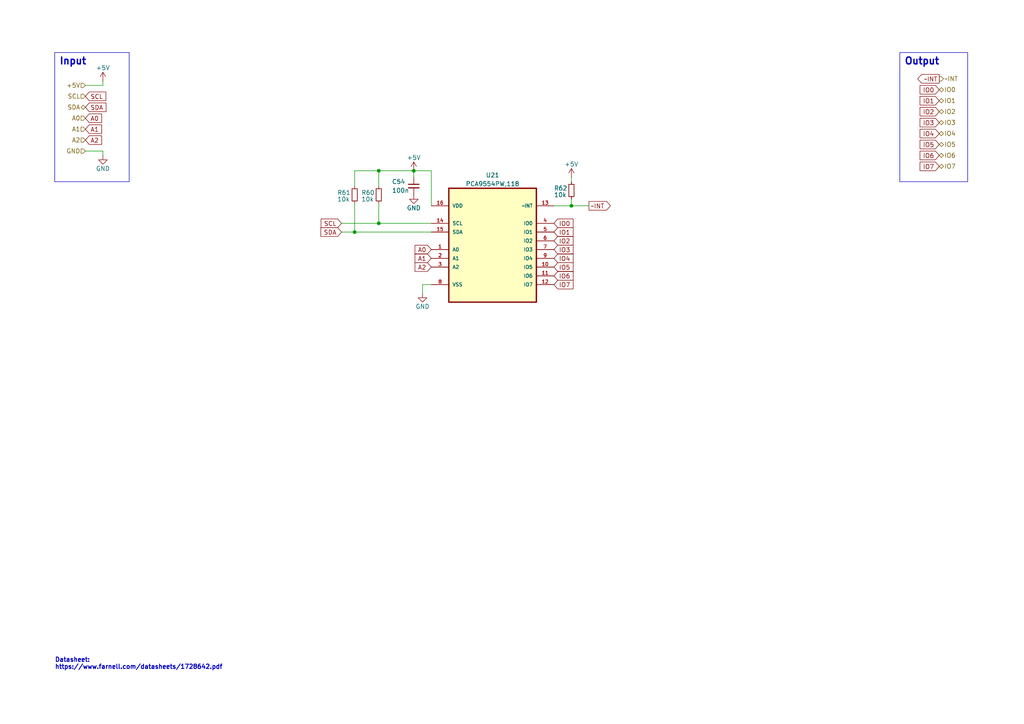
<source format=kicad_sch>
(kicad_sch (version 20230121) (generator eeschema)
  (paper "A4")
  (lib_symbols
    (symbol "Device:C_Small" (pin_numbers hide) (pin_names (offset 0.254) hide)
      (property "Reference" "C" (at 0.254 1.778 0))
      (property "Value" "C_Small" (at 0.254 -2.032 0))
      (symbol "C_Small_0_1"
        (polyline (pts (xy -1.524 -0.508) (xy 1.524 -0.508)) (stroke (width 0.3302)))
        (polyline (pts (xy -1.524 0.508) (xy 1.524 0.508)) (stroke (width 0.3048)))
      )
      (symbol "C_Small_1_1"
        (pin passive line (at 0 2.54 270) (length 2.032) (name "~") (number "1"))
        (pin passive line (at 0 -2.54 90) (length 2.032) (name "~") (number "2"))
      )
    )
    (symbol "Device:R_Small" (pin_numbers hide) (pin_names (offset 0.254) hide)
      (property "Reference" "R" (at 0.762 0.508 0))
      (property "Value" "R_Small" (at 0.762 -1.016 0))
      (symbol "R_Small_0_1"
        (rectangle (start -0.762 1.778) (end 0.762 -1.778) (stroke (width 0.2032)))
      )
      (symbol "R_Small_1_1"
        (pin passive line (at 0 2.54 270) (length 0.762) (name "~") (number "1"))
        (pin passive line (at 0 -2.54 90) (length 0.762) (name "~") (number "2"))
      )
    )
    (symbol "PCA9554PW_118:PCA9554PW,118" (pin_names (offset 1.016))
      (property "Reference" "U" (at -5.1054 15.5956 0))
      (property "Value" "PCA9554PW,118" (at -3.937 -25.1714 0))
      (symbol "PCA9554PW,118_0_0"
        (rectangle (start -12.7 -20.32) (end 12.7 12.7) (stroke (width 0.4064)) (fill (type background)))
        (pin input line (at -17.78 -5.08 0) (length 5.08) (name "A0") (number "1"))
        (pin bidirectional line (at 17.78 -10.16 180) (length 5.08) (name "IO5") (number "10"))
        (pin bidirectional line (at 17.78 -12.7 180) (length 5.08) (name "IO6") (number "11"))
        (pin bidirectional line (at 17.78 -15.24 180) (length 5.08) (name "IO7") (number "12"))
        (pin output line (at 17.78 7.62 180) (length 5.08) (name "~INT") (number "13"))
        (pin input line (at -17.78 2.54 0) (length 5.08) (name "SCL") (number "14"))
        (pin bidirectional line (at -17.78 0 0) (length 5.08) (name "SDA") (number "15"))
        (pin power_in line (at -17.78 7.62 0) (length 5.08) (name "VDD") (number "16"))
        (pin input line (at -17.78 -7.62 0) (length 5.08) (name "A1") (number "2"))
        (pin input line (at -17.78 -10.16 0) (length 5.08) (name "A2") (number "3"))
        (pin bidirectional line (at 17.78 2.54 180) (length 5.08) (name "IO0") (number "4"))
        (pin bidirectional line (at 17.78 0 180) (length 5.08) (name "IO1") (number "5"))
        (pin bidirectional line (at 17.78 -2.54 180) (length 5.08) (name "IO2") (number "6"))
        (pin bidirectional line (at 17.78 -5.08 180) (length 5.08) (name "IO3") (number "7"))
        (pin passive line (at -17.78 -15.24 0) (length 5.08) (name "VSS") (number "8"))
        (pin bidirectional line (at 17.78 -7.62 180) (length 5.08) (name "IO4") (number "9"))
      )
    )
    (symbol "power:+5V" (power) (pin_names (offset 0))
      (property "Value" "+5V" (at 0 3.556 0))
      (symbol "+5V_0_1"
        (polyline (pts (xy -0.762 1.27) (xy 0 2.54)))
        (polyline (pts (xy 0 0) (xy 0 2.54)))
        (polyline (pts (xy 0 2.54) (xy 0.762 1.27)))
      )
      (symbol "+5V_1_1"
        (pin power_in line (at 0 0 90) (length 0) hide (name "+5V") (number "1"))
      )
    )
    (symbol "power:GND" (power) (pin_names (offset 0))
      (property "Value" "GND" (at 0 -3.81 0))
      (symbol "GND_0_1"
        (polyline (pts (xy 0 0) (xy 0 -1.27) (xy 1.27 -1.27) (xy 0 -2.54) (xy -1.27 -1.27) (xy 0 -1.27)))
      )
      (symbol "GND_1_1"
        (pin power_in line (at 0 0 270) (length 0) hide (name "GND") (number "1"))
      )
    )
  )
  (junction (at 120.015 49.53))
  (junction (at 165.735 59.69))
  (junction (at 109.855 64.77))
  (junction (at 109.855 49.53))
  (junction (at 102.87 67.31))
  (wire (pts (xy 29.845 43.815) (xy 29.845 45.085)))
  (wire (pts (xy 102.87 49.53) (xy 109.855 49.53)))
  (wire (pts (xy 99.06 64.77) (xy 109.855 64.77)))
  (wire (pts (xy 24.765 43.815) (xy 29.845 43.815)))
  (wire (pts (xy 99.06 67.31) (xy 102.87 67.31)))
  (wire (pts (xy 122.555 85.09) (xy 122.555 82.55)))
  (wire (pts (xy 120.015 49.53) (xy 120.015 51.435)))
  (wire (pts (xy 24.765 24.765) (xy 29.845 24.765)))
  (wire (pts (xy 125.095 49.53) (xy 120.015 49.53)))
  (wire (pts (xy 109.855 53.975) (xy 109.855 49.53)))
  (wire (pts (xy 109.855 59.055) (xy 109.855 64.77)))
  (wire (pts (xy 125.095 59.69) (xy 125.095 49.53)))
  (wire (pts (xy 102.87 53.975) (xy 102.87 49.53)))
  (wire (pts (xy 122.555 82.55) (xy 125.095 82.55)))
  (wire (pts (xy 165.735 59.69) (xy 160.655 59.69)))
  (wire (pts (xy 102.87 59.055) (xy 102.87 67.31)))
  (wire (pts (xy 165.735 51.435) (xy 165.735 52.705)))
  (wire (pts (xy 170.815 59.69) (xy 165.735 59.69)))
  (wire (pts (xy 109.855 64.77) (xy 125.095 64.77)))
  (wire (pts (xy 29.845 23.495) (xy 29.845 24.765)))
  (wire (pts (xy 165.735 57.785) (xy 165.735 59.69)))
  (wire (pts (xy 109.855 49.53) (xy 120.015 49.53)))
  (wire (pts (xy 102.87 67.31) (xy 125.095 67.31)))
  (rectangle (start 15.875 15.24) (end 37.465 52.705))
  (rectangle (start 260.985 15.24) (end 280.67 52.705))
  (text "Output" (at 262.255 19.05 0) (effects (font (size 2 2) (thickness 0.4) bold) (justify left bottom)))
  (text "Datasheet:\nhttps://www.farnell.com/datasheets/1728642.pdf" (at 15.875 194.31 0) (effects (font (size 1.27 1.27) bold) (justify left bottom)))
  (text "Input" (at 17.145 19.05 0) (effects (font (size 2 2) (thickness 0.4) bold) (justify left bottom)))
  (global_label "SDA" (shape input) (at 99.06 67.31 180) (property "Intersheetrefs" "${INTERSHEET_REFS}" (effects hide)))
  (global_label "~INT" (shape output) (at 272.415 22.86 180) (property "Intersheetrefs" "${INTERSHEET_REFS}" (effects hide)))
  (global_label "A2" (shape input) (at 125.095 77.47 180) (property "Intersheetrefs" "${INTERSHEET_REFS}" (effects hide)))
  (global_label "IO7" (shape input) (at 272.415 48.26 180) (property "Intersheetrefs" "${INTERSHEET_REFS}" (effects hide)))
  (global_label "IO5" (shape input) (at 160.655 77.47 0) (property "Intersheetrefs" "${INTERSHEET_REFS}" (effects hide)))
  (global_label "IO2" (shape input) (at 272.415 32.385 180) (property "Intersheetrefs" "${INTERSHEET_REFS}" (effects hide)))
  (global_label "SCL" (shape input) (at 24.765 27.94 0) (property "Intersheetrefs" "${INTERSHEET_REFS}" (effects hide)))
  (global_label "A0" (shape input) (at 125.095 72.39 180) (property "Intersheetrefs" "${INTERSHEET_REFS}" (effects hide)))
  (global_label "SDA" (shape input) (at 24.765 31.115 0) (property "Intersheetrefs" "${INTERSHEET_REFS}" (effects hide)))
  (global_label "IO1" (shape input) (at 272.415 29.21 180) (property "Intersheetrefs" "${INTERSHEET_REFS}" (effects hide)))
  (global_label "IO0" (shape input) (at 160.655 64.77 0) (property "Intersheetrefs" "${INTERSHEET_REFS}" (effects hide)))
  (global_label "IO6" (shape input) (at 272.415 45.085 180) (property "Intersheetrefs" "${INTERSHEET_REFS}" (effects hide)))
  (global_label "IO7" (shape input) (at 160.655 82.55 0) (property "Intersheetrefs" "${INTERSHEET_REFS}" (effects hide)))
  (global_label "SCL" (shape input) (at 99.06 64.77 180) (property "Intersheetrefs" "${INTERSHEET_REFS}" (effects hide)))
  (global_label "IO3" (shape input) (at 160.655 72.39 0) (property "Intersheetrefs" "${INTERSHEET_REFS}" (effects hide)))
  (global_label "IO4" (shape input) (at 272.415 38.735 180) (property "Intersheetrefs" "${INTERSHEET_REFS}" (effects hide)))
  (global_label "IO2" (shape input) (at 160.655 69.85 0) (property "Intersheetrefs" "${INTERSHEET_REFS}" (effects hide)))
  (global_label "A2" (shape input) (at 24.765 40.64 0) (property "Intersheetrefs" "${INTERSHEET_REFS}" (effects hide)))
  (global_label "~INT" (shape output) (at 170.815 59.69 0) (property "Intersheetrefs" "${INTERSHEET_REFS}" (effects hide)))
  (global_label "A1" (shape input) (at 125.095 74.93 180) (property "Intersheetrefs" "${INTERSHEET_REFS}" (effects hide)))
  (global_label "A1" (shape input) (at 24.765 37.465 0) (property "Intersheetrefs" "${INTERSHEET_REFS}" (effects hide)))
  (global_label "A0" (shape input) (at 24.765 34.29 0) (property "Intersheetrefs" "${INTERSHEET_REFS}" (effects hide)))
  (global_label "IO1" (shape input) (at 160.655 67.31 0) (property "Intersheetrefs" "${INTERSHEET_REFS}" (effects hide)))
  (global_label "IO3" (shape input) (at 272.415 35.56 180) (property "Intersheetrefs" "${INTERSHEET_REFS}" (effects hide)))
  (global_label "IO4" (shape input) (at 160.655 74.93 0) (property "Intersheetrefs" "${INTERSHEET_REFS}" (effects hide)))
  (global_label "IO5" (shape input) (at 272.415 41.91 180) (property "Intersheetrefs" "${INTERSHEET_REFS}" (effects hide)))
  (global_label "IO6" (shape input) (at 160.655 80.01 0) (property "Intersheetrefs" "${INTERSHEET_REFS}" (effects hide)))
  (global_label "IO0" (shape input) (at 272.415 26.035 180) (property "Intersheetrefs" "${INTERSHEET_REFS}" (effects hide)))
  (hierarchical_label "~INT" (shape output) (at 272.415 22.86 0))
  (hierarchical_label "A0" (shape input) (at 24.765 34.29 180))
  (hierarchical_label "IO6" (shape bidirectional) (at 272.415 45.085 0))
  (hierarchical_label "IO1" (shape bidirectional) (at 272.415 29.21 0))
  (hierarchical_label "A2" (shape input) (at 24.765 40.64 180))
  (hierarchical_label "IO0" (shape bidirectional) (at 272.415 26.035 0))
  (hierarchical_label "SCL" (shape input) (at 24.765 27.94 180))
  (hierarchical_label "IO3" (shape bidirectional) (at 272.415 35.56 0))
  (hierarchical_label "SDA" (shape bidirectional) (at 24.765 31.115 180))
  (hierarchical_label "+5V" (shape input) (at 24.765 24.765 180))
  (hierarchical_label "IO5" (shape bidirectional) (at 272.415 41.91 0))
  (hierarchical_label "A1" (shape input) (at 24.765 37.465 180))
  (hierarchical_label "GND" (shape input) (at 24.765 43.815 180))
  (hierarchical_label "IO4" (shape bidirectional) (at 272.415 38.735 0))
  (hierarchical_label "IO7" (shape bidirectional) (at 272.415 48.26 0))
  (hierarchical_label "IO2" (shape bidirectional) (at 272.415 32.385 0))
  (symbol (lib_id "Device:R_Small") (at 109.855 56.515 0) (unit 1)
    (property "Reference" "R60" (at 104.775 55.88 0) (effects (justify left)))
    (property "Value" "10k" (at 104.775 57.785 0) (effects (justify left)))
    (instances (project "Drawer_Controller" (path "" (reference "R60") (unit 1)) (path "" (reference "R67") (unit 1)) (path "" (reference "R69") (unit 1))))
  )
  (symbol (lib_id "Device:C_Small") (at 120.015 53.975 0) (unit 1)
    (property "Reference" "C54" (at 113.665 52.705 0) (effects (justify left)))
    (property "Value" "100n" (at 113.665 55.245 0) (effects (justify left)))
    (instances (project "Drawer_Controller" (path "" (reference "C54") (unit 1)) (path "" (reference "C55") (unit 1)) (path "" (reference "C56") (unit 1))))
  )
  (symbol (lib_id "power:GND") (at 122.555 85.09 0) (unit 1)
    (property "Reference" "#PWR0198" (effects hide))
    (property "Value" "GND" (at 122.555 88.9 0))
    (instances (project "Drawer_Controller" (path "" (reference "#PWR0198") (unit 1)) (path "" (reference "#PWR0215") (unit 1)) (path "" (reference "#PWR0223") (unit 1))))
  )
  (symbol (lib_id "power:+5V") (at 165.735 51.435 0) (unit 1)
    (property "Reference" "#PWR0200" (effects hide))
    (property "Value" "+5V" (at 165.735 47.625 0))
    (instances (project "Drawer_Controller" (path "" (reference "#PWR0200") (unit 1)) (path "" (reference "#PWR0216") (unit 1)) (path "" (reference "#PWR0224") (unit 1))))
  )
  (symbol (lib_id "PCA9554PW_118:PCA9554PW,118") (at 142.875 67.31 0) (unit 1)
    (property "Reference" "U21" (at 142.875 50.8 0))
    (property "Value" "PCA9554PW,118" (at 142.875 53.34 0))
    (property "Footprint" "SOP65P640X110-16N" (effects hide))
    (property "SUPPLIER" "NXP" (effects hide))
    (property "OC_FARNELL" "-" (effects hide))
    (property "OC_NEWARK" "70R6667" (effects hide))
    (property "MPN" "PCA9554PW,118" (effects hide))
    (property "PACKAGE" "TSSOP" (effects hide))
    (instances (project "Drawer_Controller" (path "" (reference "U21") (unit 1)) (path "" (reference "U21") (unit 1)) (path "" (reference "U5") (unit 1)) (path "" (reference "U6") (unit 1))))
  )
  (symbol (lib_id "Device:R_Small") (at 102.87 56.515 0) (unit 1)
    (property "Reference" "R61" (at 97.79 55.88 0) (effects (justify left)))
    (property "Value" "10k" (at 97.79 57.785 0) (effects (justify left)))
    (instances (project "Drawer_Controller" (path "" (reference "R61") (unit 1)) (path "" (reference "R66") (unit 1)) (path "" (reference "R63") (unit 1))))
  )
  (symbol (lib_id "power:GND") (at 120.015 56.515 0) (unit 1)
    (property "Reference" "#PWR0197" (effects hide))
    (property "Value" "GND" (at 120.015 60.325 0))
    (instances (project "Drawer_Controller" (path "" (reference "#PWR0197") (unit 1)) (path "" (reference "#PWR0214") (unit 1)) (path "" (reference "#PWR0222") (unit 1))))
  )
  (symbol (lib_id "power:+5V") (at 120.015 49.53 0) (unit 1)
    (property "Reference" "#PWR0196" (effects hide))
    (property "Value" "+5V" (at 120.015 45.72 0))
    (instances (project "Drawer_Controller" (path "" (reference "#PWR0196") (unit 1)) (path "" (reference "#PWR0213") (unit 1)) (path "" (reference "#PWR0221") (unit 1))))
  )
  (symbol (lib_id "Device:R_Small") (at 165.735 55.245 0) (unit 1)
    (property "Reference" "R62" (at 160.655 54.61 0) (effects (justify left)))
    (property "Value" "10k" (at 160.655 56.515 0) (effects (justify left)))
    (instances (project "Drawer_Controller" (path "" (reference "R62") (unit 1)) (path "" (reference "R68") (unit 1)) (path "" (reference "R70") (unit 1))))
  )
  (symbol (lib_id "power:GND") (at 29.845 45.085 0) (unit 1)
    (property "Reference" "#PWR0199" (effects hide))
    (property "Value" "GND" (at 29.845 48.895 0))
    (instances (project "Drawer_Controller" (path "" (reference "#PWR0199") (unit 1)) (path "" (reference "#PWR0212") (unit 1)) (path "" (reference "#PWR0220") (unit 1))))
  )
  (symbol (lib_id "power:+5V") (at 29.845 23.495 0) (unit 1)
    (property "Reference" "#PWR0195" (effects hide))
    (property "Value" "+5V" (at 29.845 19.685 0))
    (instances (project "Drawer_Controller" (path "" (reference "#PWR0195") (unit 1)) (path "" (reference "#PWR0211") (unit 1)) (path "" (reference "#PWR0219") (unit 1))))
  )
)
</source>
